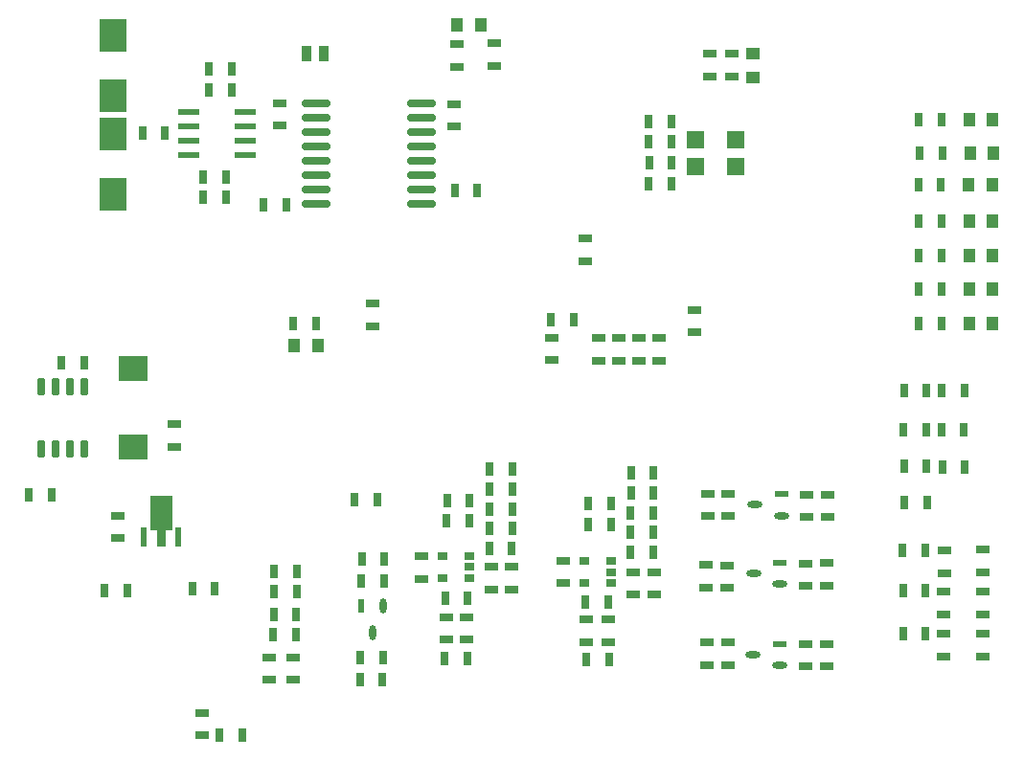
<source format=gbr>
%TF.GenerationSoftware,Altium Limited,Altium Designer,24.7.2 (38)*%
G04 Layer_Color=128*
%FSLAX45Y45*%
%MOMM*%
%TF.SameCoordinates,313A2AA4-CFAA-4B56-AAC7-ADE98D6BBF51*%
%TF.FilePolarity,Positive*%
%TF.FileFunction,Paste,Bot*%
%TF.Part,Single*%
G01*
G75*
%TA.AperFunction,SMDPad,CuDef*%
%ADD42R,0.80000X1.25000*%
%ADD43R,1.25000X0.80000*%
G04:AMPARAMS|DCode=44|XSize=0.6mm|YSize=1.45mm|CornerRadius=0.051mm|HoleSize=0mm|Usage=FLASHONLY|Rotation=0.000|XOffset=0mm|YOffset=0mm|HoleType=Round|Shape=RoundedRectangle|*
%AMROUNDEDRECTD44*
21,1,0.60000,1.34800,0,0,0.0*
21,1,0.49800,1.45000,0,0,0.0*
1,1,0.10200,0.24900,-0.67400*
1,1,0.10200,-0.24900,-0.67400*
1,1,0.10200,-0.24900,0.67400*
1,1,0.10200,0.24900,0.67400*
%
%ADD44ROUNDEDRECTD44*%
%ADD45R,0.58000X1.73000*%
%ADD46C,1.73970*%
%ADD47R,1.10000X1.20000*%
%ADD48R,1.52400X1.52400*%
%ADD49R,1.20000X1.10000*%
%ADD50R,1.30822X0.61583*%
G04:AMPARAMS|DCode=51|XSize=1.30822mm|YSize=0.61583mm|CornerRadius=0.30791mm|HoleSize=0mm|Usage=FLASHONLY|Rotation=180.000|XOffset=0mm|YOffset=0mm|HoleType=Round|Shape=RoundedRectangle|*
%AMROUNDEDRECTD51*
21,1,1.30822,0.00000,0,0,180.0*
21,1,0.69239,0.61583,0,0,180.0*
1,1,0.61583,-0.34620,0.00000*
1,1,0.61583,0.34620,0.00000*
1,1,0.61583,0.34620,0.00000*
1,1,0.61583,-0.34620,0.00000*
%
%ADD51ROUNDEDRECTD51*%
%ADD52R,0.61583X1.30822*%
G04:AMPARAMS|DCode=53|XSize=1.30822mm|YSize=0.61583mm|CornerRadius=0.30791mm|HoleSize=0mm|Usage=FLASHONLY|Rotation=270.000|XOffset=0mm|YOffset=0mm|HoleType=Round|Shape=RoundedRectangle|*
%AMROUNDEDRECTD53*
21,1,1.30822,0.00000,0,0,270.0*
21,1,0.69239,0.61583,0,0,270.0*
1,1,0.61583,0.00000,-0.34620*
1,1,0.61583,0.00000,0.34620*
1,1,0.61583,0.00000,0.34620*
1,1,0.61583,0.00000,-0.34620*
%
%ADD53ROUNDEDRECTD53*%
%ADD54R,0.90000X0.65000*%
%ADD55R,2.40000X3.00000*%
%ADD56R,1.98000X0.53000*%
%ADD57R,0.95000X1.35000*%
%ADD58O,2.60000X0.70000*%
%ADD59R,2.50000X2.20000*%
G36*
X1479150Y2090403D02*
X1420500D01*
Y1940403D01*
X1344500D01*
Y2090403D01*
X1285850D01*
Y2393403D01*
X1479150D01*
Y2090403D01*
D02*
G37*
D42*
X3295000Y2359984D02*
D03*
X3095000D02*
D03*
X1082500Y1552484D02*
D03*
X882500D02*
D03*
X5030000Y3949984D02*
D03*
X4830000D02*
D03*
X1860000Y1569984D02*
D03*
X1660000D02*
D03*
X8140000Y1549983D02*
D03*
X7940000D02*
D03*
X8140000Y1169983D02*
D03*
X7940000D02*
D03*
X5895300Y5700917D02*
D03*
X5695300D02*
D03*
X5895300Y5153417D02*
D03*
X5695300D02*
D03*
X2580000Y1722416D02*
D03*
X2380000D02*
D03*
X2577500Y1344916D02*
D03*
X2377500D02*
D03*
X2575000Y1167416D02*
D03*
X2375000D02*
D03*
X3342500Y957516D02*
D03*
X3142500D02*
D03*
X3140000Y769984D02*
D03*
X3340000D02*
D03*
X3355000Y1640016D02*
D03*
X3155000D02*
D03*
X3357500Y1830016D02*
D03*
X3157500D02*
D03*
X8280000Y5717516D02*
D03*
X8080000D02*
D03*
X8277500Y5140016D02*
D03*
X8077500D02*
D03*
X8287500Y5422516D02*
D03*
X8087500D02*
D03*
X8280000Y4817516D02*
D03*
X8080000D02*
D03*
X8280000Y4517516D02*
D03*
X8080000D02*
D03*
X8280000Y4217516D02*
D03*
X8080000D02*
D03*
X8280000Y3917516D02*
D03*
X8080000D02*
D03*
X3909984Y2350000D02*
D03*
X4109984D02*
D03*
X3907484Y2174984D02*
D03*
X4107484D02*
D03*
X4489984Y2630017D02*
D03*
X4289984D02*
D03*
Y2452484D02*
D03*
X4489984D02*
D03*
X5157500Y2319983D02*
D03*
X5357500D02*
D03*
X5160000Y2134984D02*
D03*
X5360000D02*
D03*
X5735000Y2595000D02*
D03*
X5535000D02*
D03*
X5537500Y2417483D02*
D03*
X5737500D02*
D03*
X4482484Y1922500D02*
D03*
X4282484D02*
D03*
X4284984Y2099984D02*
D03*
X4484984D02*
D03*
X4287484Y2274984D02*
D03*
X4487484D02*
D03*
X5532500Y2069984D02*
D03*
X5732500D02*
D03*
X5532500Y2237483D02*
D03*
X5732500D02*
D03*
Y1892516D02*
D03*
X5532500D02*
D03*
X5135000Y1454984D02*
D03*
X5335001D02*
D03*
X5140000Y947484D02*
D03*
X5340000D02*
D03*
X3889984Y954984D02*
D03*
X4089984D02*
D03*
X3894984Y1482484D02*
D03*
X4094984D02*
D03*
X2552500Y3912484D02*
D03*
X2752500D02*
D03*
X1900000Y277484D02*
D03*
X2100000D02*
D03*
X5897800Y5338417D02*
D03*
X5697800D02*
D03*
X5895300Y5520917D02*
D03*
X5695300D02*
D03*
X8287500Y2647484D02*
D03*
X8487500D02*
D03*
X8280000Y2977484D02*
D03*
X8480000D02*
D03*
X8282500Y3319984D02*
D03*
X8482500D02*
D03*
X8152500Y2330016D02*
D03*
X7952500D02*
D03*
X7937500Y1907483D02*
D03*
X8137500D02*
D03*
X2580000Y1544900D02*
D03*
X2380000D02*
D03*
X7950000Y2650000D02*
D03*
X8150000D02*
D03*
X7947500Y2974811D02*
D03*
X8147500D02*
D03*
X7950000Y3319984D02*
D03*
X8150000D02*
D03*
X4177500Y5092516D02*
D03*
X3977500D02*
D03*
X1755000Y5032484D02*
D03*
X1955000D02*
D03*
X1807500Y6169984D02*
D03*
X2007500D02*
D03*
X1805000Y5977500D02*
D03*
X2005000D02*
D03*
X2490000Y4965016D02*
D03*
X2290000D02*
D03*
X1757500Y5209984D02*
D03*
X1957500D02*
D03*
X1217500Y5599984D02*
D03*
X1417500D02*
D03*
X415000Y2397516D02*
D03*
X215000D02*
D03*
X502500Y3572484D02*
D03*
X702500D02*
D03*
D43*
X7270016Y1799083D02*
D03*
Y1599083D02*
D03*
X6197483Y1581583D02*
D03*
Y1781583D02*
D03*
X3250016Y4090000D02*
D03*
Y3890000D02*
D03*
X5607516Y3787500D02*
D03*
Y3587500D02*
D03*
X5785016Y3787500D02*
D03*
Y3587500D02*
D03*
X5247516Y3787500D02*
D03*
Y3587500D02*
D03*
X5430016Y3787500D02*
D03*
Y3587500D02*
D03*
X4834984Y3592500D02*
D03*
Y3792500D02*
D03*
X1747516Y472500D02*
D03*
Y272500D02*
D03*
X6097516Y4037500D02*
D03*
Y3837500D02*
D03*
X8302516Y1545000D02*
D03*
Y1345000D02*
D03*
X8642516Y1542500D02*
D03*
Y1342500D02*
D03*
Y1172500D02*
D03*
Y972500D02*
D03*
X8645016Y1915000D02*
D03*
Y1715000D02*
D03*
X6427500Y6300000D02*
D03*
Y6100000D02*
D03*
X6235032Y6102500D02*
D03*
Y6302500D02*
D03*
X5132484Y4670000D02*
D03*
Y4470000D02*
D03*
X2552500Y764900D02*
D03*
Y964900D02*
D03*
X2340016Y764900D02*
D03*
Y964900D02*
D03*
X7077516Y883291D02*
D03*
Y1083291D02*
D03*
X7265000Y883291D02*
D03*
Y1083291D02*
D03*
X6385016Y1576583D02*
D03*
Y1776583D02*
D03*
X6390016Y895791D02*
D03*
Y1095791D02*
D03*
X6204984D02*
D03*
Y895791D02*
D03*
X6395016Y2210000D02*
D03*
Y2410000D02*
D03*
X6214984D02*
D03*
Y2210000D02*
D03*
X7080016Y1594083D02*
D03*
Y1794083D02*
D03*
X7090016Y2202500D02*
D03*
Y2402500D02*
D03*
X7275016Y2203291D02*
D03*
Y2403291D02*
D03*
X3682500Y1655000D02*
D03*
Y1855000D02*
D03*
X4479968Y1762500D02*
D03*
Y1562500D02*
D03*
X4299968Y1765000D02*
D03*
Y1565000D02*
D03*
X4940017Y1620000D02*
D03*
Y1820000D02*
D03*
X5554984Y1717499D02*
D03*
Y1517499D02*
D03*
X5739984Y1717499D02*
D03*
Y1517499D02*
D03*
X5137517Y1100000D02*
D03*
Y1300000D02*
D03*
X5337500Y1100000D02*
D03*
Y1300000D02*
D03*
X3905000Y1120000D02*
D03*
Y1320000D02*
D03*
X4082500Y1120000D02*
D03*
Y1320000D02*
D03*
X8305016Y1707500D02*
D03*
Y1907500D02*
D03*
X8302516Y970000D02*
D03*
Y1170000D02*
D03*
X3997484Y6385000D02*
D03*
Y6185000D02*
D03*
X4327484Y6392500D02*
D03*
Y6192500D02*
D03*
X2427516Y5665000D02*
D03*
Y5865000D02*
D03*
X3970016Y5657500D02*
D03*
Y5857500D02*
D03*
X1002484Y2215000D02*
D03*
Y2015000D02*
D03*
X1502484Y3025000D02*
D03*
Y2825000D02*
D03*
D44*
X322000Y3355000D02*
D03*
X449000D02*
D03*
X576000D02*
D03*
X703000D02*
D03*
X322000Y2810000D02*
D03*
X449000D02*
D03*
X576000D02*
D03*
X703000D02*
D03*
D45*
X1532500Y2026903D02*
D03*
X1232500D02*
D03*
D46*
X1382500Y2205000D02*
D03*
D47*
X3997500Y6560000D02*
D03*
X4207500D02*
D03*
X8525000Y5717500D02*
D03*
X8735000D02*
D03*
X8522500Y5140000D02*
D03*
X8732500D02*
D03*
X8532500Y5422500D02*
D03*
X8742500D02*
D03*
X8525000Y4817500D02*
D03*
X8735000D02*
D03*
X8525000Y4517500D02*
D03*
X8735000D02*
D03*
Y4217500D02*
D03*
X8525000D02*
D03*
X8735000Y3917500D02*
D03*
X8525000D02*
D03*
X2557500Y3722500D02*
D03*
X2767500D02*
D03*
D48*
X6107200Y5545000D02*
D03*
X6462800D02*
D03*
X6107200Y5305000D02*
D03*
X6462800D02*
D03*
D49*
X6615016Y6090000D02*
D03*
Y6300000D02*
D03*
D50*
X6854999Y1799083D02*
D03*
X6850000Y1083291D02*
D03*
X6867500Y2407500D02*
D03*
D51*
X6854999Y1609083D02*
D03*
X6620000Y1704083D02*
D03*
X6850000Y893291D02*
D03*
X6615000Y988291D02*
D03*
X6867500Y2217500D02*
D03*
X6632500Y2312500D02*
D03*
D52*
X3155000Y1417500D02*
D03*
D53*
X3345000D02*
D03*
X3250000Y1182500D02*
D03*
D54*
X4109984Y1857500D02*
D03*
Y1762500D02*
D03*
Y1667500D02*
D03*
X3869984D02*
D03*
Y1857500D02*
D03*
X5360000Y1812500D02*
D03*
Y1717500D02*
D03*
Y1622500D02*
D03*
X5120000D02*
D03*
Y1812500D02*
D03*
D55*
X955000Y6460300D02*
D03*
Y5926900D02*
D03*
Y5059700D02*
D03*
Y5593100D02*
D03*
D56*
X1631000Y5404500D02*
D03*
Y5531500D02*
D03*
Y5658500D02*
D03*
Y5785500D02*
D03*
X2124000D02*
D03*
Y5658500D02*
D03*
Y5531500D02*
D03*
Y5404500D02*
D03*
D57*
X2672500Y6305000D02*
D03*
X2822500D02*
D03*
D58*
X2757500Y4975500D02*
D03*
Y5102500D02*
D03*
Y5229500D02*
D03*
Y5356500D02*
D03*
Y5483500D02*
D03*
Y5610500D02*
D03*
Y5737500D02*
D03*
Y5864500D02*
D03*
X3682500Y4975500D02*
D03*
Y5102500D02*
D03*
Y5229500D02*
D03*
Y5356500D02*
D03*
Y5483500D02*
D03*
Y5610500D02*
D03*
Y5737500D02*
D03*
Y5864500D02*
D03*
D59*
X1140000Y2825000D02*
D03*
Y3515000D02*
D03*
%TF.MD5,843c4c7860d3436e89bfe56a1da14928*%
M02*

</source>
